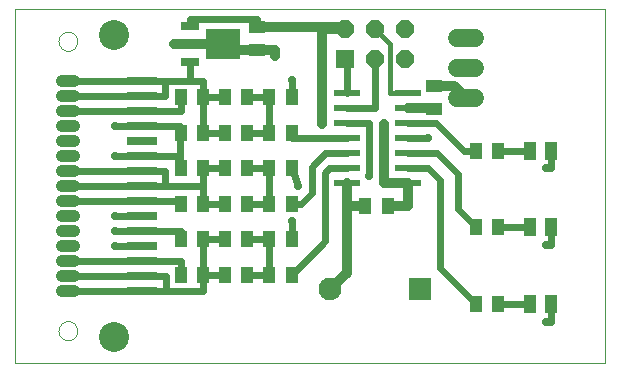
<source format=gtl>
G75*
G70*
%OFA0B0*%
%FSLAX24Y24*%
%IPPOS*%
%LPD*%
%AMOC8*
5,1,8,0,0,1.08239X$1,22.5*
%
%ADD10C,0.0000*%
%ADD11R,0.0413X0.0551*%
%ADD12R,0.0870X0.0240*%
%ADD13R,0.0591X0.0315*%
%ADD14R,0.1181X0.0984*%
%ADD15R,0.0600X0.0600*%
%ADD16OC8,0.0600*%
%ADD17R,0.0551X0.0413*%
%ADD18R,0.0433X0.0591*%
%ADD19R,0.0984X0.0315*%
%ADD20C,0.1000*%
%ADD21C,0.0396*%
%ADD22R,0.0760X0.0760*%
%ADD23C,0.0760*%
%ADD24C,0.0600*%
%ADD25C,0.0240*%
%ADD26C,0.0320*%
%ADD27C,0.0280*%
%ADD28C,0.0160*%
D10*
X000111Y000141D02*
X000111Y011952D01*
X019796Y011952D01*
X019796Y000141D01*
X000111Y000141D01*
X001568Y001224D02*
X001570Y001259D01*
X001576Y001294D01*
X001586Y001328D01*
X001599Y001361D01*
X001616Y001392D01*
X001637Y001420D01*
X001660Y001447D01*
X001687Y001470D01*
X001715Y001491D01*
X001746Y001508D01*
X001779Y001521D01*
X001813Y001531D01*
X001848Y001537D01*
X001883Y001539D01*
X001918Y001537D01*
X001953Y001531D01*
X001987Y001521D01*
X002020Y001508D01*
X002051Y001491D01*
X002079Y001470D01*
X002106Y001447D01*
X002129Y001420D01*
X002150Y001392D01*
X002167Y001361D01*
X002180Y001328D01*
X002190Y001294D01*
X002196Y001259D01*
X002198Y001224D01*
X002196Y001189D01*
X002190Y001154D01*
X002180Y001120D01*
X002167Y001087D01*
X002150Y001056D01*
X002129Y001028D01*
X002106Y001001D01*
X002079Y000978D01*
X002051Y000957D01*
X002020Y000940D01*
X001987Y000927D01*
X001953Y000917D01*
X001918Y000911D01*
X001883Y000909D01*
X001848Y000911D01*
X001813Y000917D01*
X001779Y000927D01*
X001746Y000940D01*
X001715Y000957D01*
X001687Y000978D01*
X001660Y001001D01*
X001637Y001028D01*
X001616Y001056D01*
X001599Y001087D01*
X001586Y001120D01*
X001576Y001154D01*
X001570Y001189D01*
X001568Y001224D01*
X001568Y010869D02*
X001570Y010904D01*
X001576Y010939D01*
X001586Y010973D01*
X001599Y011006D01*
X001616Y011037D01*
X001637Y011065D01*
X001660Y011092D01*
X001687Y011115D01*
X001715Y011136D01*
X001746Y011153D01*
X001779Y011166D01*
X001813Y011176D01*
X001848Y011182D01*
X001883Y011184D01*
X001918Y011182D01*
X001953Y011176D01*
X001987Y011166D01*
X002020Y011153D01*
X002051Y011136D01*
X002079Y011115D01*
X002106Y011092D01*
X002129Y011065D01*
X002150Y011037D01*
X002167Y011006D01*
X002180Y010973D01*
X002190Y010939D01*
X002196Y010904D01*
X002198Y010869D01*
X002196Y010834D01*
X002190Y010799D01*
X002180Y010765D01*
X002167Y010732D01*
X002150Y010701D01*
X002129Y010673D01*
X002106Y010646D01*
X002079Y010623D01*
X002051Y010602D01*
X002020Y010585D01*
X001987Y010572D01*
X001953Y010562D01*
X001918Y010556D01*
X001883Y010554D01*
X001848Y010556D01*
X001813Y010562D01*
X001779Y010572D01*
X001746Y010585D01*
X001715Y010602D01*
X001687Y010623D01*
X001660Y010646D01*
X001637Y010673D01*
X001616Y010701D01*
X001599Y010732D01*
X001586Y010765D01*
X001576Y010799D01*
X001570Y010834D01*
X001568Y010869D01*
D11*
X005642Y008999D03*
X006390Y008999D03*
X007119Y008999D03*
X007867Y008999D03*
X008595Y008999D03*
X009343Y008999D03*
X009343Y007818D03*
X008595Y007818D03*
X007867Y007818D03*
X007119Y007818D03*
X006390Y007818D03*
X005642Y007818D03*
X005642Y006637D03*
X006390Y006637D03*
X007119Y006637D03*
X007867Y006637D03*
X008595Y006637D03*
X009343Y006637D03*
X009343Y005456D03*
X008595Y005456D03*
X007867Y005456D03*
X007119Y005456D03*
X006390Y005456D03*
X005642Y005456D03*
X005642Y004275D03*
X006390Y004275D03*
X007119Y004275D03*
X007867Y004275D03*
X008595Y004275D03*
X009343Y004275D03*
X009343Y003094D03*
X008595Y003094D03*
X007867Y003094D03*
X007119Y003094D03*
X006390Y003094D03*
X005642Y003094D03*
X011796Y005373D03*
X012544Y005373D03*
X015485Y004669D03*
X016233Y004669D03*
X016233Y002110D03*
X015485Y002110D03*
X015485Y007228D03*
X016233Y007228D03*
D12*
X013230Y007145D03*
X013230Y006645D03*
X013230Y006145D03*
X011180Y006145D03*
X011180Y006645D03*
X011180Y007145D03*
X011180Y007645D03*
X011180Y008145D03*
X011180Y008645D03*
X011180Y009145D03*
X013230Y009145D03*
X013230Y008645D03*
X013230Y008145D03*
X013230Y007645D03*
D13*
X005938Y010184D03*
X005938Y010775D03*
X005938Y011366D03*
D14*
X007040Y010775D03*
D15*
X011119Y010271D03*
D16*
X012119Y010271D03*
X013119Y010271D03*
X013119Y011271D03*
X012119Y011271D03*
X011119Y011271D03*
D17*
X008182Y011342D03*
X008182Y010594D03*
X014087Y009373D03*
X014087Y008625D03*
D18*
X017276Y007228D03*
X017985Y007228D03*
X017985Y004669D03*
X017276Y004669D03*
X017276Y002110D03*
X017985Y002110D03*
D19*
X004347Y002547D03*
X004347Y003047D03*
X004347Y003547D03*
X004347Y004047D03*
X004347Y004547D03*
X004347Y005047D03*
X004347Y005547D03*
X004347Y006047D03*
X004347Y006547D03*
X004347Y007047D03*
X004347Y007547D03*
X004347Y008047D03*
X004347Y008547D03*
X004347Y009047D03*
X004347Y009547D03*
D20*
X003418Y011072D03*
X003418Y001021D03*
D21*
X002081Y002547D02*
X001684Y002547D01*
X001684Y003047D02*
X002081Y003047D01*
X002081Y003547D02*
X001684Y003547D01*
X001684Y004047D02*
X002081Y004047D01*
X002081Y004547D02*
X001684Y004547D01*
X001684Y005047D02*
X002081Y005047D01*
X002081Y005547D02*
X001684Y005547D01*
X001684Y006047D02*
X002081Y006047D01*
X002081Y006547D02*
X001684Y006547D01*
X001684Y007047D02*
X002081Y007047D01*
X002081Y007547D02*
X001684Y007547D01*
X001684Y008047D02*
X002081Y008047D01*
X002081Y008547D02*
X001684Y008547D01*
X001684Y009047D02*
X002081Y009047D01*
X002081Y009547D02*
X001684Y009547D01*
D22*
X013615Y002602D03*
D23*
X010623Y002602D03*
D24*
X014846Y008984D02*
X015446Y008984D01*
X015446Y009984D02*
X014846Y009984D01*
X014846Y010984D02*
X015446Y010984D01*
D25*
X012119Y010271D02*
X012119Y008645D01*
X011180Y008645D01*
X011180Y008145D02*
X011922Y008145D01*
X011922Y006391D01*
X011180Y006645D02*
X010601Y006645D01*
X010446Y006490D01*
X010446Y004196D01*
X009343Y003094D01*
X008595Y003094D02*
X007867Y003094D01*
X008595Y003094D02*
X008595Y004275D01*
X007867Y004275D01*
X007119Y004275D02*
X006390Y004275D01*
X006390Y003094D01*
X006390Y002547D01*
X005147Y002547D01*
X005147Y003047D01*
X004347Y003047D01*
X001883Y003047D01*
X001883Y003547D02*
X004347Y003547D01*
X005642Y003547D01*
X005642Y003094D01*
X005147Y002547D02*
X004347Y002547D01*
X001883Y002547D01*
X003457Y004047D02*
X004347Y004047D01*
X004347Y004547D02*
X005642Y004547D01*
X005642Y004275D01*
X004347Y004547D02*
X003457Y004547D01*
X003457Y005047D02*
X004347Y005047D01*
X004347Y005547D02*
X001883Y005547D01*
X001883Y006047D02*
X004347Y006047D01*
X005124Y006047D01*
X005124Y006547D01*
X004347Y006547D01*
X001883Y006547D01*
X003457Y007047D02*
X004347Y007047D01*
X005623Y007047D01*
X005623Y006637D01*
X005642Y006637D01*
X005623Y007047D02*
X005623Y007818D01*
X005623Y008047D01*
X004347Y008047D01*
X003457Y008047D01*
X004347Y008547D02*
X001883Y008547D01*
X001883Y009047D02*
X004347Y009047D01*
X005115Y009047D01*
X005115Y009547D01*
X005938Y009547D01*
X006390Y009547D01*
X006390Y008999D01*
X007119Y008999D01*
X006390Y008999D02*
X006390Y007818D01*
X007119Y007818D01*
X007867Y007818D02*
X008595Y007818D01*
X008595Y008999D01*
X007867Y008999D01*
X009343Y008999D02*
X009343Y009590D01*
X011119Y010271D02*
X011180Y010254D01*
X011180Y009145D01*
X013230Y008145D02*
X014154Y008145D01*
X015071Y007228D01*
X015485Y007228D01*
X016233Y007228D02*
X017276Y007228D01*
X017985Y007228D02*
X017985Y006637D01*
X017827Y006637D01*
X014875Y006460D02*
X014875Y005279D01*
X015485Y004669D01*
X016233Y004669D02*
X017276Y004669D01*
X017985Y004669D02*
X017985Y004078D01*
X017827Y004078D01*
X017985Y002110D02*
X017985Y001519D01*
X017827Y001519D01*
X017276Y002110D02*
X016233Y002110D01*
X015485Y002110D02*
X014284Y003310D01*
X014284Y006243D01*
X013883Y006645D01*
X013230Y006645D01*
X013230Y007145D02*
X014190Y007145D01*
X014875Y006460D01*
X013890Y007645D02*
X013230Y007645D01*
X011180Y007645D02*
X009343Y007645D01*
X009343Y007818D01*
X010461Y007145D02*
X010003Y006686D01*
X010003Y005801D01*
X009658Y005456D01*
X009343Y005456D01*
X008595Y005456D02*
X008595Y006637D01*
X007867Y006637D01*
X007119Y006637D02*
X006390Y006637D01*
X006390Y006047D01*
X005124Y006047D01*
X005642Y005547D02*
X004347Y005547D01*
X005642Y005547D02*
X005642Y005456D01*
X005642Y005499D01*
X006390Y005456D02*
X006390Y006047D01*
X006390Y005456D02*
X007119Y005456D01*
X007867Y005456D02*
X008595Y005456D01*
X009540Y006047D02*
X009343Y006637D01*
X010461Y007145D02*
X011180Y007145D01*
X009363Y004866D02*
X009343Y004866D01*
X009343Y004275D01*
X007119Y003094D02*
X006390Y003094D01*
X005642Y007818D02*
X005623Y007818D01*
X005642Y008547D02*
X004347Y008547D01*
X005642Y008547D02*
X005642Y008999D01*
X005938Y009547D02*
X005938Y010184D01*
X005115Y009547D02*
X004347Y009547D01*
X001883Y009547D01*
X005938Y011366D02*
X005938Y011608D01*
X008182Y011608D01*
X008182Y011342D01*
D26*
X011119Y011342D01*
X011119Y011271D01*
X010347Y011271D01*
X010347Y008114D01*
X012414Y008114D02*
X012414Y006145D01*
X013230Y006145D01*
X013230Y005373D01*
X012544Y005373D01*
X011796Y005373D02*
X011180Y005373D01*
X011180Y003159D01*
X010623Y002602D01*
X011180Y005373D02*
X011180Y006145D01*
X013230Y008645D02*
X014068Y008645D01*
X014087Y008625D01*
X014087Y009373D02*
X014757Y009373D01*
X015146Y008984D01*
X008772Y010377D02*
X008772Y010594D01*
X008182Y010594D01*
X007040Y010594D01*
X007040Y010775D01*
X005938Y010775D01*
X005934Y010771D01*
X005426Y010771D01*
D27*
X005426Y010771D03*
X008772Y010377D03*
X009343Y009590D03*
X010347Y008114D03*
X012414Y008114D03*
X013890Y007645D03*
X011922Y006391D03*
X011180Y005373D03*
X009540Y006047D03*
X009363Y004866D03*
X003457Y005047D03*
X003457Y004547D03*
X003457Y004047D03*
X003457Y007047D03*
X003457Y008047D03*
X017827Y006637D03*
X017827Y004078D03*
X017827Y001519D03*
D28*
X013230Y009145D02*
X012611Y009145D01*
X012611Y010779D01*
X012119Y011271D01*
M02*

</source>
